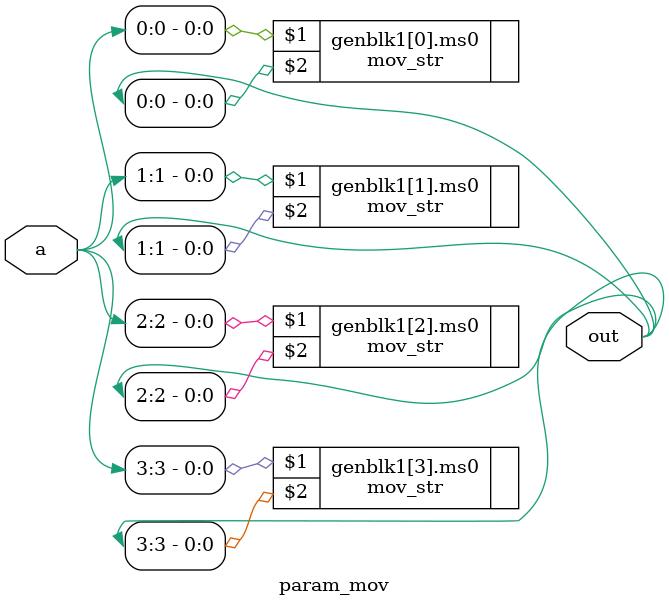
<source format=v>
`timescale 1ns / 1ps


module param_mov
    #(parameter N = 4)
    (input [N-1:0] a,
     output [N-1:0] out
     );
     
     genvar i;
    generate 
        for (i = 0; i < N; i = i + 1)
            begin
                mov_str ms0(a[i], out[i]);
            end
    endgenerate
endmodule

</source>
